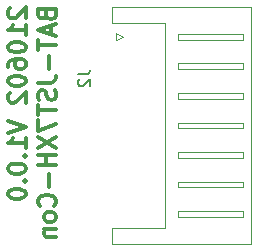
<source format=gbr>
%TF.GenerationSoftware,KiCad,Pcbnew,5.1.9-73d0e3b20d~88~ubuntu20.04.1*%
%TF.CreationDate,2021-06-02T20:16:19+09:00*%
%TF.ProjectId,BAT-JST7-Straight-Con-PCB,4241542d-4a53-4543-972d-537472616967,rev?*%
%TF.SameCoordinates,Original*%
%TF.FileFunction,Legend,Bot*%
%TF.FilePolarity,Positive*%
%FSLAX46Y46*%
G04 Gerber Fmt 4.6, Leading zero omitted, Abs format (unit mm)*
G04 Created by KiCad (PCBNEW 5.1.9-73d0e3b20d~88~ubuntu20.04.1) date 2021-06-02 20:16:19*
%MOMM*%
%LPD*%
G01*
G04 APERTURE LIST*
%ADD10C,0.300000*%
%ADD11C,0.120000*%
%ADD12C,0.150000*%
G04 APERTURE END LIST*
D10*
X131146428Y-84580714D02*
X131075000Y-84652142D01*
X131003571Y-84795000D01*
X131003571Y-85152142D01*
X131075000Y-85295000D01*
X131146428Y-85366428D01*
X131289285Y-85437857D01*
X131432142Y-85437857D01*
X131646428Y-85366428D01*
X132503571Y-84509285D01*
X132503571Y-85437857D01*
X132503571Y-86866428D02*
X132503571Y-86009285D01*
X132503571Y-86437857D02*
X131003571Y-86437857D01*
X131217857Y-86295000D01*
X131360714Y-86152142D01*
X131432142Y-86009285D01*
X131003571Y-87795000D02*
X131003571Y-87937857D01*
X131075000Y-88080714D01*
X131146428Y-88152142D01*
X131289285Y-88223571D01*
X131575000Y-88295000D01*
X131932142Y-88295000D01*
X132217857Y-88223571D01*
X132360714Y-88152142D01*
X132432142Y-88080714D01*
X132503571Y-87937857D01*
X132503571Y-87795000D01*
X132432142Y-87652142D01*
X132360714Y-87580714D01*
X132217857Y-87509285D01*
X131932142Y-87437857D01*
X131575000Y-87437857D01*
X131289285Y-87509285D01*
X131146428Y-87580714D01*
X131075000Y-87652142D01*
X131003571Y-87795000D01*
X131003571Y-89580714D02*
X131003571Y-89295000D01*
X131075000Y-89152142D01*
X131146428Y-89080714D01*
X131360714Y-88937857D01*
X131646428Y-88866428D01*
X132217857Y-88866428D01*
X132360714Y-88937857D01*
X132432142Y-89009285D01*
X132503571Y-89152142D01*
X132503571Y-89437857D01*
X132432142Y-89580714D01*
X132360714Y-89652142D01*
X132217857Y-89723571D01*
X131860714Y-89723571D01*
X131717857Y-89652142D01*
X131646428Y-89580714D01*
X131575000Y-89437857D01*
X131575000Y-89152142D01*
X131646428Y-89009285D01*
X131717857Y-88937857D01*
X131860714Y-88866428D01*
X131003571Y-90652142D02*
X131003571Y-90795000D01*
X131075000Y-90937857D01*
X131146428Y-91009285D01*
X131289285Y-91080714D01*
X131575000Y-91152142D01*
X131932142Y-91152142D01*
X132217857Y-91080714D01*
X132360714Y-91009285D01*
X132432142Y-90937857D01*
X132503571Y-90795000D01*
X132503571Y-90652142D01*
X132432142Y-90509285D01*
X132360714Y-90437857D01*
X132217857Y-90366428D01*
X131932142Y-90295000D01*
X131575000Y-90295000D01*
X131289285Y-90366428D01*
X131146428Y-90437857D01*
X131075000Y-90509285D01*
X131003571Y-90652142D01*
X131146428Y-91723571D02*
X131075000Y-91795000D01*
X131003571Y-91937857D01*
X131003571Y-92295000D01*
X131075000Y-92437857D01*
X131146428Y-92509285D01*
X131289285Y-92580714D01*
X131432142Y-92580714D01*
X131646428Y-92509285D01*
X132503571Y-91652142D01*
X132503571Y-92580714D01*
X131003571Y-94152142D02*
X132503571Y-94652142D01*
X131003571Y-95152142D01*
X132503571Y-96437857D02*
X132503571Y-95580714D01*
X132503571Y-96009285D02*
X131003571Y-96009285D01*
X131217857Y-95866428D01*
X131360714Y-95723571D01*
X131432142Y-95580714D01*
X132360714Y-97080714D02*
X132432142Y-97152142D01*
X132503571Y-97080714D01*
X132432142Y-97009285D01*
X132360714Y-97080714D01*
X132503571Y-97080714D01*
X131003571Y-98080714D02*
X131003571Y-98223571D01*
X131075000Y-98366428D01*
X131146428Y-98437857D01*
X131289285Y-98509285D01*
X131575000Y-98580714D01*
X131932142Y-98580714D01*
X132217857Y-98509285D01*
X132360714Y-98437857D01*
X132432142Y-98366428D01*
X132503571Y-98223571D01*
X132503571Y-98080714D01*
X132432142Y-97937857D01*
X132360714Y-97866428D01*
X132217857Y-97795000D01*
X131932142Y-97723571D01*
X131575000Y-97723571D01*
X131289285Y-97795000D01*
X131146428Y-97866428D01*
X131075000Y-97937857D01*
X131003571Y-98080714D01*
X132360714Y-99223571D02*
X132432142Y-99295000D01*
X132503571Y-99223571D01*
X132432142Y-99152142D01*
X132360714Y-99223571D01*
X132503571Y-99223571D01*
X131003571Y-100223571D02*
X131003571Y-100366428D01*
X131075000Y-100509285D01*
X131146428Y-100580714D01*
X131289285Y-100652142D01*
X131575000Y-100723571D01*
X131932142Y-100723571D01*
X132217857Y-100652142D01*
X132360714Y-100580714D01*
X132432142Y-100509285D01*
X132503571Y-100366428D01*
X132503571Y-100223571D01*
X132432142Y-100080714D01*
X132360714Y-100009285D01*
X132217857Y-99937857D01*
X131932142Y-99866428D01*
X131575000Y-99866428D01*
X131289285Y-99937857D01*
X131146428Y-100009285D01*
X131075000Y-100080714D01*
X131003571Y-100223571D01*
X134267857Y-85152142D02*
X134339285Y-85366428D01*
X134410714Y-85437857D01*
X134553571Y-85509285D01*
X134767857Y-85509285D01*
X134910714Y-85437857D01*
X134982142Y-85366428D01*
X135053571Y-85223571D01*
X135053571Y-84652142D01*
X133553571Y-84652142D01*
X133553571Y-85152142D01*
X133625000Y-85295000D01*
X133696428Y-85366428D01*
X133839285Y-85437857D01*
X133982142Y-85437857D01*
X134125000Y-85366428D01*
X134196428Y-85295000D01*
X134267857Y-85152142D01*
X134267857Y-84652142D01*
X134625000Y-86080714D02*
X134625000Y-86795000D01*
X135053571Y-85937857D02*
X133553571Y-86437857D01*
X135053571Y-86937857D01*
X133553571Y-87223571D02*
X133553571Y-88080714D01*
X135053571Y-87652142D02*
X133553571Y-87652142D01*
X134482142Y-88580714D02*
X134482142Y-89723571D01*
X133553571Y-90866428D02*
X134625000Y-90866428D01*
X134839285Y-90795000D01*
X134982142Y-90652142D01*
X135053571Y-90437857D01*
X135053571Y-90295000D01*
X134982142Y-91509285D02*
X135053571Y-91723571D01*
X135053571Y-92080714D01*
X134982142Y-92223571D01*
X134910714Y-92295000D01*
X134767857Y-92366428D01*
X134625000Y-92366428D01*
X134482142Y-92295000D01*
X134410714Y-92223571D01*
X134339285Y-92080714D01*
X134267857Y-91795000D01*
X134196428Y-91652142D01*
X134125000Y-91580714D01*
X133982142Y-91509285D01*
X133839285Y-91509285D01*
X133696428Y-91580714D01*
X133625000Y-91652142D01*
X133553571Y-91795000D01*
X133553571Y-92152142D01*
X133625000Y-92366428D01*
X133553571Y-92795000D02*
X133553571Y-93652142D01*
X135053571Y-93223571D02*
X133553571Y-93223571D01*
X133553571Y-94009285D02*
X133553571Y-95009285D01*
X135053571Y-94366428D01*
X133553571Y-95437857D02*
X135053571Y-96437857D01*
X133553571Y-96437857D02*
X135053571Y-95437857D01*
X135053571Y-97009285D02*
X133553571Y-97009285D01*
X134267857Y-97009285D02*
X134267857Y-97866428D01*
X135053571Y-97866428D02*
X133553571Y-97866428D01*
X134482142Y-98580714D02*
X134482142Y-99723571D01*
X134910714Y-101295000D02*
X134982142Y-101223571D01*
X135053571Y-101009285D01*
X135053571Y-100866428D01*
X134982142Y-100652142D01*
X134839285Y-100509285D01*
X134696428Y-100437857D01*
X134410714Y-100366428D01*
X134196428Y-100366428D01*
X133910714Y-100437857D01*
X133767857Y-100509285D01*
X133625000Y-100652142D01*
X133553571Y-100866428D01*
X133553571Y-101009285D01*
X133625000Y-101223571D01*
X133696428Y-101295000D01*
X135053571Y-102152142D02*
X134982142Y-102009285D01*
X134910714Y-101937857D01*
X134767857Y-101866428D01*
X134339285Y-101866428D01*
X134196428Y-101937857D01*
X134125000Y-102009285D01*
X134053571Y-102152142D01*
X134053571Y-102366428D01*
X134125000Y-102509285D01*
X134196428Y-102580714D01*
X134339285Y-102652142D01*
X134767857Y-102652142D01*
X134910714Y-102580714D01*
X134982142Y-102509285D01*
X135053571Y-102366428D01*
X135053571Y-102152142D01*
X134053571Y-103295000D02*
X135053571Y-103295000D01*
X134196428Y-103295000D02*
X134125000Y-103366428D01*
X134053571Y-103509285D01*
X134053571Y-103723571D01*
X134125000Y-103866428D01*
X134267857Y-103937857D01*
X135053571Y-103937857D01*
D11*
%TO.C,J2*%
X140140000Y-87300000D02*
X140740000Y-87000000D01*
X140140000Y-86700000D02*
X140140000Y-87300000D01*
X140740000Y-87000000D02*
X140140000Y-86700000D01*
X145440000Y-102250000D02*
X145440000Y-101750000D01*
X150940000Y-102250000D02*
X145440000Y-102250000D01*
X150940000Y-101750000D02*
X150940000Y-102250000D01*
X145440000Y-101750000D02*
X150940000Y-101750000D01*
X145440000Y-99750000D02*
X145440000Y-99250000D01*
X150940000Y-99750000D02*
X145440000Y-99750000D01*
X150940000Y-99250000D02*
X150940000Y-99750000D01*
X145440000Y-99250000D02*
X150940000Y-99250000D01*
X145440000Y-97250000D02*
X145440000Y-96750000D01*
X150940000Y-97250000D02*
X145440000Y-97250000D01*
X150940000Y-96750000D02*
X150940000Y-97250000D01*
X145440000Y-96750000D02*
X150940000Y-96750000D01*
X145440000Y-94750000D02*
X145440000Y-94250000D01*
X150940000Y-94750000D02*
X145440000Y-94750000D01*
X150940000Y-94250000D02*
X150940000Y-94750000D01*
X145440000Y-94250000D02*
X150940000Y-94250000D01*
X145440000Y-92250000D02*
X145440000Y-91750000D01*
X150940000Y-92250000D02*
X145440000Y-92250000D01*
X150940000Y-91750000D02*
X150940000Y-92250000D01*
X145440000Y-91750000D02*
X150940000Y-91750000D01*
X145440000Y-89750000D02*
X145440000Y-89250000D01*
X150940000Y-89750000D02*
X145440000Y-89750000D01*
X150940000Y-89250000D02*
X150940000Y-89750000D01*
X145440000Y-89250000D02*
X150940000Y-89250000D01*
X145440000Y-87250000D02*
X145440000Y-86750000D01*
X150940000Y-87250000D02*
X145440000Y-87250000D01*
X150940000Y-86750000D02*
X150940000Y-87250000D01*
X145440000Y-86750000D02*
X150940000Y-86750000D01*
X144330000Y-103140000D02*
X144330000Y-94500000D01*
X139830000Y-103140000D02*
X144330000Y-103140000D01*
X139830000Y-104560000D02*
X139830000Y-103140000D01*
X151550000Y-104560000D02*
X139830000Y-104560000D01*
X151550000Y-94500000D02*
X151550000Y-104560000D01*
X144330000Y-85860000D02*
X144330000Y-94500000D01*
X139830000Y-85860000D02*
X144330000Y-85860000D01*
X139830000Y-84440000D02*
X139830000Y-85860000D01*
X151550000Y-84440000D02*
X139830000Y-84440000D01*
X151550000Y-94500000D02*
X151550000Y-84440000D01*
D12*
X136952380Y-90166666D02*
X137666666Y-90166666D01*
X137809523Y-90119047D01*
X137904761Y-90023809D01*
X137952380Y-89880952D01*
X137952380Y-89785714D01*
X137047619Y-90595238D02*
X137000000Y-90642857D01*
X136952380Y-90738095D01*
X136952380Y-90976190D01*
X137000000Y-91071428D01*
X137047619Y-91119047D01*
X137142857Y-91166666D01*
X137238095Y-91166666D01*
X137380952Y-91119047D01*
X137952380Y-90547619D01*
X137952380Y-91166666D01*
%TD*%
M02*

</source>
